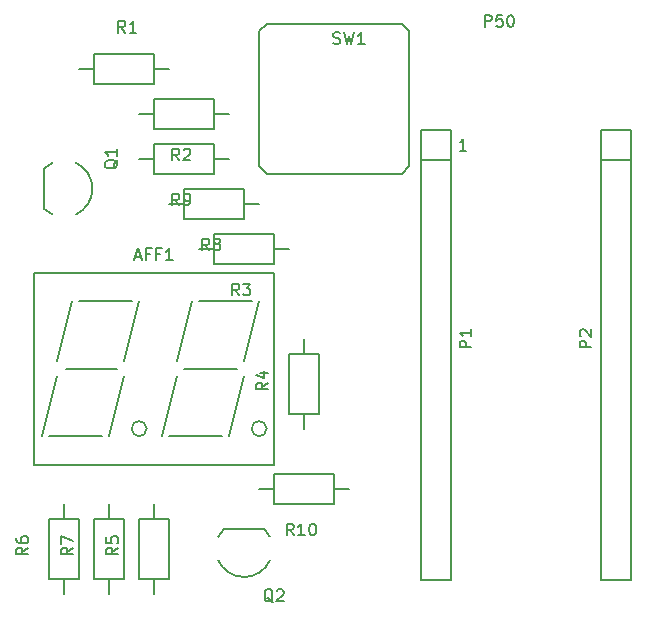
<source format=gbr>
G04 #@! TF.FileFunction,Legend,Top*
%FSLAX46Y46*%
G04 Gerber Fmt 4.6, Leading zero omitted, Abs format (unit mm)*
G04 Created by KiCad (PCBNEW 4.0.2-4+6225~38~ubuntu14.04.1-stable) date 06 مار, 2016 CET 03:30:18 م*
%MOMM*%
G01*
G04 APERTURE LIST*
%ADD10C,0.100000*%
%ADD11C,0.150000*%
G04 APERTURE END LIST*
D10*
D11*
X142017715Y-71699381D02*
X141446286Y-71699381D01*
X141732000Y-71699381D02*
X141732000Y-70699381D01*
X141636762Y-70842238D01*
X141541524Y-70937476D01*
X141446286Y-70985095D01*
X140716000Y-72517000D02*
X140716000Y-69977000D01*
X140716000Y-69977000D02*
X138176000Y-69977000D01*
X138176000Y-69977000D02*
X138176000Y-72517000D01*
X140716000Y-72517000D02*
X140716000Y-108077000D01*
X140716000Y-108077000D02*
X138176000Y-108077000D01*
X138176000Y-108077000D02*
X138176000Y-72517000D01*
X138176000Y-72517000D02*
X140716000Y-72517000D01*
X155956000Y-72517000D02*
X155956000Y-69977000D01*
X155956000Y-69977000D02*
X153416000Y-69977000D01*
X153416000Y-69977000D02*
X153416000Y-72517000D01*
X155956000Y-72517000D02*
X155956000Y-108077000D01*
X155956000Y-108077000D02*
X153416000Y-108077000D01*
X153416000Y-108077000D02*
X153416000Y-72517000D01*
X153416000Y-72517000D02*
X155956000Y-72517000D01*
X105410000Y-98298000D02*
X105410000Y-82042000D01*
X125730000Y-82042000D02*
X125730000Y-98298000D01*
X105410000Y-82042000D02*
X125730000Y-82042000D01*
X105410000Y-98298000D02*
X125730000Y-98298000D01*
X109220000Y-84455000D02*
X113665000Y-84455000D01*
X113030000Y-89535000D02*
X114300000Y-84455000D01*
X107315000Y-89535000D02*
X108585000Y-84455000D01*
X106680000Y-95885000D02*
X111125000Y-95885000D01*
X107315000Y-90805000D02*
X106045000Y-95885000D01*
X113030000Y-90805000D02*
X111760000Y-95885000D01*
X125095000Y-95250000D02*
G75*
G03X125095000Y-95250000I-635000J0D01*
G01*
X119380000Y-84455000D02*
X123825000Y-84455000D01*
X116840000Y-95885000D02*
X121285000Y-95885000D01*
X123190000Y-90805000D02*
X121920000Y-95885000D01*
X116205000Y-95885000D02*
X117475000Y-90805000D01*
X123190000Y-89535000D02*
X124460000Y-84455000D01*
X117475000Y-89535000D02*
X118745000Y-84455000D01*
X118110000Y-90170000D02*
X122555000Y-90170000D01*
X108204000Y-90170000D02*
X112268000Y-90170000D01*
X114935000Y-95250000D02*
G75*
G03X114935000Y-95250000I-635000J0D01*
G01*
X108077000Y-90170000D02*
X112395000Y-90170000D01*
X106953010Y-72742305D02*
G75*
G03X106250000Y-73230000I996990J-2187695D01*
G01*
X106953010Y-77117695D02*
G75*
G02X106250000Y-76630000I996990J2187695D01*
G01*
X106250000Y-73230000D02*
X106250000Y-76630000D01*
X108943127Y-72745121D02*
G75*
G02X110350000Y-74930000I-993127J-2184879D01*
G01*
X108943127Y-77114879D02*
G75*
G03X110350000Y-74930000I-993127J2184879D01*
G01*
X125377695Y-104413010D02*
G75*
G03X124890000Y-103710000I-2187695J-996990D01*
G01*
X121002305Y-104413010D02*
G75*
G02X121490000Y-103710000I2187695J-996990D01*
G01*
X124890000Y-103710000D02*
X121490000Y-103710000D01*
X125374879Y-106403127D02*
G75*
G02X123190000Y-107810000I-2184879J993127D01*
G01*
X121005121Y-106403127D02*
G75*
G03X123190000Y-107810000I2184879J993127D01*
G01*
X110490000Y-63500000D02*
X115570000Y-63500000D01*
X115570000Y-63500000D02*
X115570000Y-66040000D01*
X115570000Y-66040000D02*
X110490000Y-66040000D01*
X110490000Y-66040000D02*
X110490000Y-63500000D01*
X110490000Y-64770000D02*
X109220000Y-64770000D01*
X115570000Y-64770000D02*
X116840000Y-64770000D01*
X120650000Y-69850000D02*
X115570000Y-69850000D01*
X115570000Y-69850000D02*
X115570000Y-67310000D01*
X115570000Y-67310000D02*
X120650000Y-67310000D01*
X120650000Y-67310000D02*
X120650000Y-69850000D01*
X120650000Y-68580000D02*
X121920000Y-68580000D01*
X115570000Y-68580000D02*
X114300000Y-68580000D01*
X125730000Y-81280000D02*
X120650000Y-81280000D01*
X120650000Y-81280000D02*
X120650000Y-78740000D01*
X120650000Y-78740000D02*
X125730000Y-78740000D01*
X125730000Y-78740000D02*
X125730000Y-81280000D01*
X125730000Y-80010000D02*
X127000000Y-80010000D01*
X120650000Y-80010000D02*
X119380000Y-80010000D01*
X127000000Y-93980000D02*
X127000000Y-88900000D01*
X127000000Y-88900000D02*
X129540000Y-88900000D01*
X129540000Y-88900000D02*
X129540000Y-93980000D01*
X129540000Y-93980000D02*
X127000000Y-93980000D01*
X128270000Y-93980000D02*
X128270000Y-95250000D01*
X128270000Y-88900000D02*
X128270000Y-87630000D01*
X114300000Y-107950000D02*
X114300000Y-102870000D01*
X114300000Y-102870000D02*
X116840000Y-102870000D01*
X116840000Y-102870000D02*
X116840000Y-107950000D01*
X116840000Y-107950000D02*
X114300000Y-107950000D01*
X115570000Y-107950000D02*
X115570000Y-109220000D01*
X115570000Y-102870000D02*
X115570000Y-101600000D01*
X106680000Y-107950000D02*
X106680000Y-102870000D01*
X106680000Y-102870000D02*
X109220000Y-102870000D01*
X109220000Y-102870000D02*
X109220000Y-107950000D01*
X109220000Y-107950000D02*
X106680000Y-107950000D01*
X107950000Y-107950000D02*
X107950000Y-109220000D01*
X107950000Y-102870000D02*
X107950000Y-101600000D01*
X110490000Y-107950000D02*
X110490000Y-102870000D01*
X110490000Y-102870000D02*
X113030000Y-102870000D01*
X113030000Y-102870000D02*
X113030000Y-107950000D01*
X113030000Y-107950000D02*
X110490000Y-107950000D01*
X111760000Y-107950000D02*
X111760000Y-109220000D01*
X111760000Y-102870000D02*
X111760000Y-101600000D01*
X123190000Y-77470000D02*
X118110000Y-77470000D01*
X118110000Y-77470000D02*
X118110000Y-74930000D01*
X118110000Y-74930000D02*
X123190000Y-74930000D01*
X123190000Y-74930000D02*
X123190000Y-77470000D01*
X123190000Y-76200000D02*
X124460000Y-76200000D01*
X118110000Y-76200000D02*
X116840000Y-76200000D01*
X120650000Y-73660000D02*
X115570000Y-73660000D01*
X115570000Y-73660000D02*
X115570000Y-71120000D01*
X115570000Y-71120000D02*
X120650000Y-71120000D01*
X120650000Y-71120000D02*
X120650000Y-73660000D01*
X120650000Y-72390000D02*
X121920000Y-72390000D01*
X115570000Y-72390000D02*
X114300000Y-72390000D01*
X130810000Y-101600000D02*
X125730000Y-101600000D01*
X125730000Y-101600000D02*
X125730000Y-99060000D01*
X125730000Y-99060000D02*
X130810000Y-99060000D01*
X130810000Y-99060000D02*
X130810000Y-101600000D01*
X130810000Y-100330000D02*
X132080000Y-100330000D01*
X125730000Y-100330000D02*
X124460000Y-100330000D01*
X137160000Y-61595000D02*
X137160000Y-73025000D01*
X137160000Y-73025000D02*
X136525000Y-73660000D01*
X136525000Y-73660000D02*
X125095000Y-73660000D01*
X125095000Y-73660000D02*
X124460000Y-73025000D01*
X124460000Y-73025000D02*
X124460000Y-61595000D01*
X125095000Y-60960000D02*
X136525000Y-60960000D01*
X136525000Y-60960000D02*
X137160000Y-61595000D01*
X124460000Y-61595000D02*
X125095000Y-60960000D01*
X143565714Y-61222381D02*
X143565714Y-60222381D01*
X143946667Y-60222381D01*
X144041905Y-60270000D01*
X144089524Y-60317619D01*
X144137143Y-60412857D01*
X144137143Y-60555714D01*
X144089524Y-60650952D01*
X144041905Y-60698571D01*
X143946667Y-60746190D01*
X143565714Y-60746190D01*
X145041905Y-60222381D02*
X144565714Y-60222381D01*
X144518095Y-60698571D01*
X144565714Y-60650952D01*
X144660952Y-60603333D01*
X144899048Y-60603333D01*
X144994286Y-60650952D01*
X145041905Y-60698571D01*
X145089524Y-60793810D01*
X145089524Y-61031905D01*
X145041905Y-61127143D01*
X144994286Y-61174762D01*
X144899048Y-61222381D01*
X144660952Y-61222381D01*
X144565714Y-61174762D01*
X144518095Y-61127143D01*
X145708571Y-60222381D02*
X145803810Y-60222381D01*
X145899048Y-60270000D01*
X145946667Y-60317619D01*
X145994286Y-60412857D01*
X146041905Y-60603333D01*
X146041905Y-60841429D01*
X145994286Y-61031905D01*
X145946667Y-61127143D01*
X145899048Y-61174762D01*
X145803810Y-61222381D01*
X145708571Y-61222381D01*
X145613333Y-61174762D01*
X145565714Y-61127143D01*
X145518095Y-61031905D01*
X145470476Y-60841429D01*
X145470476Y-60603333D01*
X145518095Y-60412857D01*
X145565714Y-60317619D01*
X145613333Y-60270000D01*
X145708571Y-60222381D01*
X142438381Y-88368095D02*
X141438381Y-88368095D01*
X141438381Y-87987142D01*
X141486000Y-87891904D01*
X141533619Y-87844285D01*
X141628857Y-87796666D01*
X141771714Y-87796666D01*
X141866952Y-87844285D01*
X141914571Y-87891904D01*
X141962190Y-87987142D01*
X141962190Y-88368095D01*
X142438381Y-86844285D02*
X142438381Y-87415714D01*
X142438381Y-87130000D02*
X141438381Y-87130000D01*
X141581238Y-87225238D01*
X141676476Y-87320476D01*
X141724095Y-87415714D01*
X152598381Y-88368095D02*
X151598381Y-88368095D01*
X151598381Y-87987142D01*
X151646000Y-87891904D01*
X151693619Y-87844285D01*
X151788857Y-87796666D01*
X151931714Y-87796666D01*
X152026952Y-87844285D01*
X152074571Y-87891904D01*
X152122190Y-87987142D01*
X152122190Y-88368095D01*
X151693619Y-87415714D02*
X151646000Y-87368095D01*
X151598381Y-87272857D01*
X151598381Y-87034761D01*
X151646000Y-86939523D01*
X151693619Y-86891904D01*
X151788857Y-86844285D01*
X151884095Y-86844285D01*
X152026952Y-86891904D01*
X152598381Y-87463333D01*
X152598381Y-86844285D01*
X113998571Y-80684667D02*
X114474762Y-80684667D01*
X113903333Y-80970381D02*
X114236666Y-79970381D01*
X114570000Y-80970381D01*
X115236667Y-80446571D02*
X114903333Y-80446571D01*
X114903333Y-80970381D02*
X114903333Y-79970381D01*
X115379524Y-79970381D01*
X116093810Y-80446571D02*
X115760476Y-80446571D01*
X115760476Y-80970381D02*
X115760476Y-79970381D01*
X116236667Y-79970381D01*
X117141429Y-80970381D02*
X116570000Y-80970381D01*
X116855714Y-80970381D02*
X116855714Y-79970381D01*
X116760476Y-80113238D01*
X116665238Y-80208476D01*
X116570000Y-80256095D01*
X112497619Y-72485238D02*
X112450000Y-72580476D01*
X112354762Y-72675714D01*
X112211905Y-72818571D01*
X112164286Y-72913810D01*
X112164286Y-73009048D01*
X112402381Y-72961429D02*
X112354762Y-73056667D01*
X112259524Y-73151905D01*
X112069048Y-73199524D01*
X111735714Y-73199524D01*
X111545238Y-73151905D01*
X111450000Y-73056667D01*
X111402381Y-72961429D01*
X111402381Y-72770952D01*
X111450000Y-72675714D01*
X111545238Y-72580476D01*
X111735714Y-72532857D01*
X112069048Y-72532857D01*
X112259524Y-72580476D01*
X112354762Y-72675714D01*
X112402381Y-72770952D01*
X112402381Y-72961429D01*
X112402381Y-71580476D02*
X112402381Y-72151905D01*
X112402381Y-71866191D02*
X111402381Y-71866191D01*
X111545238Y-71961429D01*
X111640476Y-72056667D01*
X111688095Y-72151905D01*
X125634762Y-109957619D02*
X125539524Y-109910000D01*
X125444286Y-109814762D01*
X125301429Y-109671905D01*
X125206190Y-109624286D01*
X125110952Y-109624286D01*
X125158571Y-109862381D02*
X125063333Y-109814762D01*
X124968095Y-109719524D01*
X124920476Y-109529048D01*
X124920476Y-109195714D01*
X124968095Y-109005238D01*
X125063333Y-108910000D01*
X125158571Y-108862381D01*
X125349048Y-108862381D01*
X125444286Y-108910000D01*
X125539524Y-109005238D01*
X125587143Y-109195714D01*
X125587143Y-109529048D01*
X125539524Y-109719524D01*
X125444286Y-109814762D01*
X125349048Y-109862381D01*
X125158571Y-109862381D01*
X125968095Y-108957619D02*
X126015714Y-108910000D01*
X126110952Y-108862381D01*
X126349048Y-108862381D01*
X126444286Y-108910000D01*
X126491905Y-108957619D01*
X126539524Y-109052857D01*
X126539524Y-109148095D01*
X126491905Y-109290952D01*
X125920476Y-109862381D01*
X126539524Y-109862381D01*
X113112254Y-61722261D02*
X112778920Y-61246070D01*
X112540825Y-61722261D02*
X112540825Y-60722261D01*
X112921778Y-60722261D01*
X113017016Y-60769880D01*
X113064635Y-60817499D01*
X113112254Y-60912737D01*
X113112254Y-61055594D01*
X113064635Y-61150832D01*
X113017016Y-61198451D01*
X112921778Y-61246070D01*
X112540825Y-61246070D01*
X114064635Y-61722261D02*
X113493206Y-61722261D01*
X113778920Y-61722261D02*
X113778920Y-60722261D01*
X113683682Y-60865118D01*
X113588444Y-60960356D01*
X113493206Y-61007975D01*
X117694414Y-72532501D02*
X117361080Y-72056310D01*
X117122985Y-72532501D02*
X117122985Y-71532501D01*
X117503938Y-71532501D01*
X117599176Y-71580120D01*
X117646795Y-71627739D01*
X117694414Y-71722977D01*
X117694414Y-71865834D01*
X117646795Y-71961072D01*
X117599176Y-72008691D01*
X117503938Y-72056310D01*
X117122985Y-72056310D01*
X118075366Y-71627739D02*
X118122985Y-71580120D01*
X118218223Y-71532501D01*
X118456319Y-71532501D01*
X118551557Y-71580120D01*
X118599176Y-71627739D01*
X118646795Y-71722977D01*
X118646795Y-71818215D01*
X118599176Y-71961072D01*
X118027747Y-72532501D01*
X118646795Y-72532501D01*
X122774414Y-83962501D02*
X122441080Y-83486310D01*
X122202985Y-83962501D02*
X122202985Y-82962501D01*
X122583938Y-82962501D01*
X122679176Y-83010120D01*
X122726795Y-83057739D01*
X122774414Y-83152977D01*
X122774414Y-83295834D01*
X122726795Y-83391072D01*
X122679176Y-83438691D01*
X122583938Y-83486310D01*
X122202985Y-83486310D01*
X123107747Y-82962501D02*
X123726795Y-82962501D01*
X123393461Y-83343453D01*
X123536319Y-83343453D01*
X123631557Y-83391072D01*
X123679176Y-83438691D01*
X123726795Y-83533930D01*
X123726795Y-83772025D01*
X123679176Y-83867263D01*
X123631557Y-83914882D01*
X123536319Y-83962501D01*
X123250604Y-83962501D01*
X123155366Y-83914882D01*
X123107747Y-83867263D01*
X125222261Y-91357746D02*
X124746070Y-91691080D01*
X125222261Y-91929175D02*
X124222261Y-91929175D01*
X124222261Y-91548222D01*
X124269880Y-91452984D01*
X124317499Y-91405365D01*
X124412737Y-91357746D01*
X124555594Y-91357746D01*
X124650832Y-91405365D01*
X124698451Y-91452984D01*
X124746070Y-91548222D01*
X124746070Y-91929175D01*
X124555594Y-90500603D02*
X125222261Y-90500603D01*
X124174642Y-90738699D02*
X124888928Y-90976794D01*
X124888928Y-90357746D01*
X112522261Y-105327746D02*
X112046070Y-105661080D01*
X112522261Y-105899175D02*
X111522261Y-105899175D01*
X111522261Y-105518222D01*
X111569880Y-105422984D01*
X111617499Y-105375365D01*
X111712737Y-105327746D01*
X111855594Y-105327746D01*
X111950832Y-105375365D01*
X111998451Y-105422984D01*
X112046070Y-105518222D01*
X112046070Y-105899175D01*
X111522261Y-104422984D02*
X111522261Y-104899175D01*
X111998451Y-104946794D01*
X111950832Y-104899175D01*
X111903213Y-104803937D01*
X111903213Y-104565841D01*
X111950832Y-104470603D01*
X111998451Y-104422984D01*
X112093690Y-104375365D01*
X112331785Y-104375365D01*
X112427023Y-104422984D01*
X112474642Y-104470603D01*
X112522261Y-104565841D01*
X112522261Y-104803937D01*
X112474642Y-104899175D01*
X112427023Y-104946794D01*
X104902261Y-105327746D02*
X104426070Y-105661080D01*
X104902261Y-105899175D02*
X103902261Y-105899175D01*
X103902261Y-105518222D01*
X103949880Y-105422984D01*
X103997499Y-105375365D01*
X104092737Y-105327746D01*
X104235594Y-105327746D01*
X104330832Y-105375365D01*
X104378451Y-105422984D01*
X104426070Y-105518222D01*
X104426070Y-105899175D01*
X103902261Y-104470603D02*
X103902261Y-104661080D01*
X103949880Y-104756318D01*
X103997499Y-104803937D01*
X104140356Y-104899175D01*
X104330832Y-104946794D01*
X104711785Y-104946794D01*
X104807023Y-104899175D01*
X104854642Y-104851556D01*
X104902261Y-104756318D01*
X104902261Y-104565841D01*
X104854642Y-104470603D01*
X104807023Y-104422984D01*
X104711785Y-104375365D01*
X104473690Y-104375365D01*
X104378451Y-104422984D01*
X104330832Y-104470603D01*
X104283213Y-104565841D01*
X104283213Y-104756318D01*
X104330832Y-104851556D01*
X104378451Y-104899175D01*
X104473690Y-104946794D01*
X108712261Y-105327746D02*
X108236070Y-105661080D01*
X108712261Y-105899175D02*
X107712261Y-105899175D01*
X107712261Y-105518222D01*
X107759880Y-105422984D01*
X107807499Y-105375365D01*
X107902737Y-105327746D01*
X108045594Y-105327746D01*
X108140832Y-105375365D01*
X108188451Y-105422984D01*
X108236070Y-105518222D01*
X108236070Y-105899175D01*
X107712261Y-104994413D02*
X107712261Y-104327746D01*
X108712261Y-104756318D01*
X120234414Y-80152501D02*
X119901080Y-79676310D01*
X119662985Y-80152501D02*
X119662985Y-79152501D01*
X120043938Y-79152501D01*
X120139176Y-79200120D01*
X120186795Y-79247739D01*
X120234414Y-79342977D01*
X120234414Y-79485834D01*
X120186795Y-79581072D01*
X120139176Y-79628691D01*
X120043938Y-79676310D01*
X119662985Y-79676310D01*
X120805842Y-79581072D02*
X120710604Y-79533453D01*
X120662985Y-79485834D01*
X120615366Y-79390596D01*
X120615366Y-79342977D01*
X120662985Y-79247739D01*
X120710604Y-79200120D01*
X120805842Y-79152501D01*
X120996319Y-79152501D01*
X121091557Y-79200120D01*
X121139176Y-79247739D01*
X121186795Y-79342977D01*
X121186795Y-79390596D01*
X121139176Y-79485834D01*
X121091557Y-79533453D01*
X120996319Y-79581072D01*
X120805842Y-79581072D01*
X120710604Y-79628691D01*
X120662985Y-79676310D01*
X120615366Y-79771549D01*
X120615366Y-79962025D01*
X120662985Y-80057263D01*
X120710604Y-80104882D01*
X120805842Y-80152501D01*
X120996319Y-80152501D01*
X121091557Y-80104882D01*
X121139176Y-80057263D01*
X121186795Y-79962025D01*
X121186795Y-79771549D01*
X121139176Y-79676310D01*
X121091557Y-79628691D01*
X120996319Y-79581072D01*
X117694414Y-76342501D02*
X117361080Y-75866310D01*
X117122985Y-76342501D02*
X117122985Y-75342501D01*
X117503938Y-75342501D01*
X117599176Y-75390120D01*
X117646795Y-75437739D01*
X117694414Y-75532977D01*
X117694414Y-75675834D01*
X117646795Y-75771072D01*
X117599176Y-75818691D01*
X117503938Y-75866310D01*
X117122985Y-75866310D01*
X118170604Y-76342501D02*
X118361080Y-76342501D01*
X118456319Y-76294882D01*
X118503938Y-76247263D01*
X118599176Y-76104406D01*
X118646795Y-75913930D01*
X118646795Y-75532977D01*
X118599176Y-75437739D01*
X118551557Y-75390120D01*
X118456319Y-75342501D01*
X118265842Y-75342501D01*
X118170604Y-75390120D01*
X118122985Y-75437739D01*
X118075366Y-75532977D01*
X118075366Y-75771072D01*
X118122985Y-75866310D01*
X118170604Y-75913930D01*
X118265842Y-75961549D01*
X118456319Y-75961549D01*
X118551557Y-75913930D01*
X118599176Y-75866310D01*
X118646795Y-75771072D01*
X127378223Y-104282501D02*
X127044889Y-103806310D01*
X126806794Y-104282501D02*
X126806794Y-103282501D01*
X127187747Y-103282501D01*
X127282985Y-103330120D01*
X127330604Y-103377739D01*
X127378223Y-103472977D01*
X127378223Y-103615834D01*
X127330604Y-103711072D01*
X127282985Y-103758691D01*
X127187747Y-103806310D01*
X126806794Y-103806310D01*
X128330604Y-104282501D02*
X127759175Y-104282501D01*
X128044889Y-104282501D02*
X128044889Y-103282501D01*
X127949651Y-103425358D01*
X127854413Y-103520596D01*
X127759175Y-103568215D01*
X128949651Y-103282501D02*
X129044890Y-103282501D01*
X129140128Y-103330120D01*
X129187747Y-103377739D01*
X129235366Y-103472977D01*
X129282985Y-103663453D01*
X129282985Y-103901549D01*
X129235366Y-104092025D01*
X129187747Y-104187263D01*
X129140128Y-104234882D01*
X129044890Y-104282501D01*
X128949651Y-104282501D01*
X128854413Y-104234882D01*
X128806794Y-104187263D01*
X128759175Y-104092025D01*
X128711556Y-103901549D01*
X128711556Y-103663453D01*
X128759175Y-103472977D01*
X128806794Y-103377739D01*
X128854413Y-103330120D01*
X128949651Y-103282501D01*
X130746667Y-62634762D02*
X130889524Y-62682381D01*
X131127620Y-62682381D01*
X131222858Y-62634762D01*
X131270477Y-62587143D01*
X131318096Y-62491905D01*
X131318096Y-62396667D01*
X131270477Y-62301429D01*
X131222858Y-62253810D01*
X131127620Y-62206190D01*
X130937143Y-62158571D01*
X130841905Y-62110952D01*
X130794286Y-62063333D01*
X130746667Y-61968095D01*
X130746667Y-61872857D01*
X130794286Y-61777619D01*
X130841905Y-61730000D01*
X130937143Y-61682381D01*
X131175239Y-61682381D01*
X131318096Y-61730000D01*
X131651429Y-61682381D02*
X131889524Y-62682381D01*
X132080001Y-61968095D01*
X132270477Y-62682381D01*
X132508572Y-61682381D01*
X133413334Y-62682381D02*
X132841905Y-62682381D01*
X133127619Y-62682381D02*
X133127619Y-61682381D01*
X133032381Y-61825238D01*
X132937143Y-61920476D01*
X132841905Y-61968095D01*
M02*

</source>
